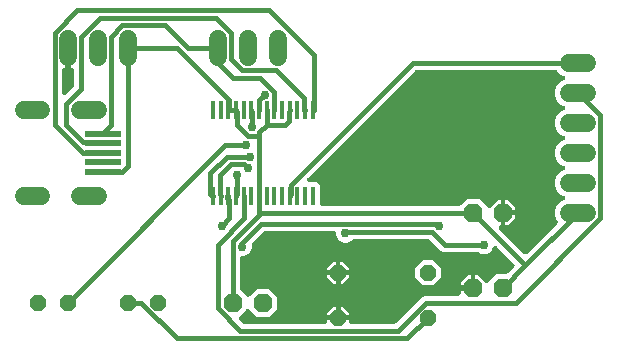
<source format=gbr>
G04 EAGLE Gerber RS-274X export*
G75*
%MOMM*%
%FSLAX34Y34*%
%LPD*%
%INTop Copper*%
%IPPOS*%
%AMOC8*
5,1,8,0,0,1.08239X$1,22.5*%
G01*
%ADD10P,1.732040X8X202.500000*%
%ADD11P,1.732040X8X22.500000*%
%ADD12C,1.524000*%
%ADD13R,0.400000X1.500000*%
%ADD14P,1.429621X8X22.500000*%
%ADD15C,1.508000*%
%ADD16R,3.100000X0.500000*%
%ADD17C,0.381000*%
%ADD18C,0.756400*%

G36*
X463682Y104491D02*
X463682Y104491D01*
X463749Y104492D01*
X463875Y104518D01*
X464002Y104536D01*
X464065Y104558D01*
X464130Y104572D01*
X464248Y104623D01*
X464370Y104667D01*
X464426Y104701D01*
X464487Y104728D01*
X464557Y104781D01*
X464702Y104870D01*
X464827Y104986D01*
X464897Y105039D01*
X490360Y130502D01*
X490402Y130554D01*
X490450Y130599D01*
X490525Y130705D01*
X490606Y130805D01*
X490636Y130864D01*
X490675Y130918D01*
X490726Y131036D01*
X490785Y131151D01*
X490803Y131215D01*
X490829Y131276D01*
X490855Y131402D01*
X490890Y131526D01*
X490895Y131593D01*
X490908Y131658D01*
X490908Y131787D01*
X490916Y131915D01*
X490907Y131981D01*
X490907Y132047D01*
X490881Y132174D01*
X490863Y132301D01*
X490841Y132364D01*
X490827Y132429D01*
X490776Y132547D01*
X490732Y132668D01*
X490698Y132725D01*
X490671Y132786D01*
X490618Y132856D01*
X490529Y133001D01*
X490490Y133044D01*
X488695Y137376D01*
X488695Y142024D01*
X490474Y146319D01*
X493761Y149606D01*
X496260Y150641D01*
X496289Y150657D01*
X496320Y150667D01*
X496460Y150749D01*
X496603Y150826D01*
X496628Y150847D01*
X496657Y150864D01*
X496777Y150973D01*
X496901Y151077D01*
X496921Y151103D01*
X496946Y151126D01*
X497041Y151256D01*
X497141Y151384D01*
X497156Y151414D01*
X497176Y151440D01*
X497242Y151588D01*
X497314Y151733D01*
X497323Y151765D01*
X497337Y151795D01*
X497372Y151953D01*
X497413Y152110D01*
X497415Y152143D01*
X497422Y152176D01*
X497424Y152337D01*
X497432Y152499D01*
X497427Y152532D01*
X497428Y152566D01*
X497397Y152724D01*
X497372Y152885D01*
X497361Y152916D01*
X497354Y152948D01*
X497292Y153098D01*
X497235Y153249D01*
X497217Y153277D01*
X497205Y153308D01*
X497113Y153442D01*
X497026Y153579D01*
X497003Y153602D01*
X496985Y153630D01*
X496868Y153742D01*
X496755Y153858D01*
X496728Y153877D01*
X496704Y153900D01*
X496632Y153942D01*
X496433Y154077D01*
X496323Y154122D01*
X496260Y154159D01*
X493761Y155194D01*
X490474Y158481D01*
X488695Y162776D01*
X488695Y167424D01*
X490474Y171719D01*
X493761Y175006D01*
X496260Y176041D01*
X496289Y176057D01*
X496320Y176067D01*
X496460Y176149D01*
X496603Y176226D01*
X496628Y176247D01*
X496657Y176264D01*
X496777Y176373D01*
X496901Y176477D01*
X496921Y176503D01*
X496946Y176526D01*
X497041Y176656D01*
X497141Y176784D01*
X497156Y176814D01*
X497176Y176840D01*
X497242Y176988D01*
X497314Y177133D01*
X497323Y177165D01*
X497337Y177195D01*
X497372Y177353D01*
X497413Y177510D01*
X497415Y177543D01*
X497422Y177576D01*
X497424Y177737D01*
X497432Y177899D01*
X497427Y177932D01*
X497428Y177966D01*
X497397Y178124D01*
X497372Y178285D01*
X497361Y178316D01*
X497354Y178348D01*
X497292Y178498D01*
X497235Y178649D01*
X497217Y178677D01*
X497205Y178708D01*
X497113Y178842D01*
X497026Y178979D01*
X497003Y179002D01*
X496985Y179030D01*
X496868Y179142D01*
X496755Y179258D01*
X496728Y179277D01*
X496704Y179300D01*
X496632Y179342D01*
X496433Y179477D01*
X496323Y179522D01*
X496260Y179559D01*
X493761Y180594D01*
X490474Y183881D01*
X488695Y188176D01*
X488695Y192824D01*
X490474Y197119D01*
X493761Y200406D01*
X496260Y201441D01*
X496289Y201457D01*
X496320Y201467D01*
X496460Y201549D01*
X496603Y201626D01*
X496628Y201647D01*
X496657Y201664D01*
X496777Y201773D01*
X496901Y201877D01*
X496921Y201903D01*
X496946Y201926D01*
X497042Y202057D01*
X497141Y202184D01*
X497156Y202213D01*
X497176Y202240D01*
X497243Y202388D01*
X497314Y202533D01*
X497323Y202565D01*
X497337Y202596D01*
X497372Y202753D01*
X497413Y202910D01*
X497415Y202943D01*
X497422Y202976D01*
X497424Y203137D01*
X497432Y203299D01*
X497427Y203332D01*
X497428Y203366D01*
X497397Y203524D01*
X497372Y203685D01*
X497361Y203716D01*
X497354Y203748D01*
X497292Y203898D01*
X497235Y204049D01*
X497217Y204078D01*
X497205Y204108D01*
X497113Y204242D01*
X497026Y204379D01*
X497003Y204403D01*
X496985Y204430D01*
X496868Y204542D01*
X496755Y204659D01*
X496728Y204677D01*
X496704Y204700D01*
X496632Y204742D01*
X496433Y204877D01*
X496323Y204923D01*
X496260Y204959D01*
X493761Y205994D01*
X490474Y209281D01*
X488695Y213576D01*
X488695Y218224D01*
X490474Y222519D01*
X493761Y225806D01*
X496260Y226841D01*
X496289Y226857D01*
X496320Y226867D01*
X496460Y226949D01*
X496603Y227026D01*
X496628Y227047D01*
X496657Y227064D01*
X496776Y227172D01*
X496901Y227277D01*
X496921Y227303D01*
X496946Y227326D01*
X497041Y227456D01*
X497141Y227584D01*
X497156Y227614D01*
X497176Y227640D01*
X497242Y227788D01*
X497314Y227933D01*
X497323Y227965D01*
X497337Y227995D01*
X497372Y228153D01*
X497413Y228310D01*
X497415Y228343D01*
X497422Y228376D01*
X497424Y228537D01*
X497433Y228699D01*
X497427Y228732D01*
X497428Y228766D01*
X497397Y228924D01*
X497372Y229085D01*
X497361Y229116D01*
X497354Y229148D01*
X497292Y229298D01*
X497235Y229449D01*
X497217Y229478D01*
X497205Y229508D01*
X497113Y229642D01*
X497027Y229779D01*
X497003Y229803D01*
X496985Y229830D01*
X496868Y229942D01*
X496755Y230058D01*
X496728Y230077D01*
X496704Y230100D01*
X496631Y230142D01*
X496433Y230277D01*
X496323Y230322D01*
X496260Y230359D01*
X493761Y231394D01*
X490474Y234681D01*
X488695Y238976D01*
X488695Y243624D01*
X490474Y247919D01*
X493761Y251206D01*
X496260Y252241D01*
X496289Y252257D01*
X496320Y252267D01*
X496460Y252349D01*
X496603Y252426D01*
X496628Y252447D01*
X496657Y252464D01*
X496776Y252572D01*
X496901Y252677D01*
X496921Y252703D01*
X496946Y252726D01*
X497041Y252856D01*
X497141Y252984D01*
X497156Y253014D01*
X497176Y253040D01*
X497242Y253188D01*
X497314Y253333D01*
X497323Y253365D01*
X497337Y253395D01*
X497372Y253553D01*
X497413Y253710D01*
X497415Y253743D01*
X497422Y253776D01*
X497424Y253937D01*
X497433Y254099D01*
X497427Y254132D01*
X497428Y254166D01*
X497397Y254324D01*
X497372Y254485D01*
X497361Y254516D01*
X497354Y254548D01*
X497292Y254698D01*
X497235Y254849D01*
X497217Y254878D01*
X497205Y254908D01*
X497113Y255042D01*
X497027Y255179D01*
X497003Y255203D01*
X496985Y255230D01*
X496868Y255342D01*
X496755Y255458D01*
X496728Y255477D01*
X496704Y255500D01*
X496631Y255542D01*
X496433Y255677D01*
X496323Y255722D01*
X496260Y255759D01*
X493761Y256794D01*
X490383Y260173D01*
X490306Y260235D01*
X490235Y260306D01*
X490155Y260358D01*
X490080Y260418D01*
X489992Y260464D01*
X489909Y260519D01*
X489819Y260554D01*
X489734Y260598D01*
X489638Y260625D01*
X489546Y260661D01*
X489473Y260671D01*
X489359Y260703D01*
X489119Y260719D01*
X489036Y260730D01*
X371562Y260730D01*
X371463Y260720D01*
X371363Y260720D01*
X371269Y260700D01*
X371174Y260690D01*
X371079Y260660D01*
X370981Y260640D01*
X370894Y260601D01*
X370802Y260572D01*
X370715Y260523D01*
X370624Y260484D01*
X370566Y260439D01*
X370463Y260381D01*
X370281Y260223D01*
X370215Y260173D01*
X279108Y169065D01*
X279087Y169040D01*
X279062Y169018D01*
X278964Y168889D01*
X278862Y168763D01*
X278847Y168734D01*
X278827Y168707D01*
X278757Y168561D01*
X278683Y168417D01*
X278674Y168385D01*
X278660Y168355D01*
X278621Y168198D01*
X278578Y168042D01*
X278575Y168008D01*
X278568Y167976D01*
X278562Y167814D01*
X278551Y167653D01*
X278556Y167620D01*
X278555Y167586D01*
X278583Y167427D01*
X278605Y167267D01*
X278616Y167235D01*
X278622Y167202D01*
X278681Y167052D01*
X278736Y166899D01*
X278753Y166871D01*
X278765Y166840D01*
X278854Y166705D01*
X278939Y166567D01*
X278961Y166542D01*
X278980Y166514D01*
X279094Y166400D01*
X279205Y166282D01*
X279232Y166263D01*
X279256Y166239D01*
X279391Y166151D01*
X279524Y166058D01*
X279554Y166045D01*
X279582Y166026D01*
X279733Y165967D01*
X279881Y165903D01*
X279914Y165896D01*
X279945Y165884D01*
X280028Y165873D01*
X280263Y165824D01*
X280382Y165825D01*
X280454Y165815D01*
X287234Y165815D01*
X289615Y163434D01*
X289615Y147574D01*
X289622Y147508D01*
X289619Y147441D01*
X289641Y147314D01*
X289655Y147186D01*
X289675Y147123D01*
X289686Y147057D01*
X289734Y146938D01*
X289773Y146815D01*
X289805Y146757D01*
X289830Y146695D01*
X289901Y146588D01*
X289964Y146475D01*
X290008Y146425D01*
X290044Y146369D01*
X290135Y146278D01*
X290220Y146181D01*
X290273Y146141D01*
X290320Y146094D01*
X290428Y146024D01*
X290531Y145946D01*
X290591Y145918D01*
X290647Y145881D01*
X290767Y145834D01*
X290883Y145779D01*
X290948Y145763D01*
X291010Y145739D01*
X291096Y145727D01*
X291262Y145687D01*
X291432Y145682D01*
X291519Y145670D01*
X407217Y145670D01*
X407316Y145680D01*
X407416Y145680D01*
X407510Y145700D01*
X407605Y145710D01*
X407700Y145740D01*
X407798Y145760D01*
X407885Y145799D01*
X407977Y145828D01*
X408064Y145877D01*
X408155Y145916D01*
X408213Y145961D01*
X408316Y146019D01*
X408498Y146177D01*
X408564Y146227D01*
X414102Y151766D01*
X424098Y151766D01*
X431531Y144332D01*
X431583Y144291D01*
X431628Y144242D01*
X431734Y144168D01*
X431834Y144086D01*
X431893Y144056D01*
X431947Y144018D01*
X432065Y143966D01*
X432180Y143907D01*
X432244Y143889D01*
X432305Y143863D01*
X432431Y143837D01*
X432555Y143802D01*
X432621Y143798D01*
X432686Y143784D01*
X432815Y143785D01*
X432944Y143776D01*
X433010Y143785D01*
X433076Y143785D01*
X433202Y143812D01*
X433330Y143829D01*
X433393Y143851D01*
X433458Y143865D01*
X433576Y143917D01*
X433697Y143960D01*
X433754Y143995D01*
X433815Y144021D01*
X433885Y144074D01*
X434030Y144163D01*
X434154Y144279D01*
X434224Y144332D01*
X440133Y150242D01*
X442469Y150242D01*
X442469Y139827D01*
X442476Y139761D01*
X442473Y139695D01*
X442480Y139656D01*
X442469Y139573D01*
X442469Y129137D01*
X442455Y129135D01*
X442294Y129118D01*
X442262Y129108D01*
X442229Y129104D01*
X442076Y129049D01*
X441922Y129000D01*
X441893Y128984D01*
X441862Y128973D01*
X441724Y128889D01*
X441583Y128809D01*
X441557Y128787D01*
X441529Y128770D01*
X441411Y128659D01*
X441289Y128553D01*
X441269Y128526D01*
X441244Y128504D01*
X441151Y128371D01*
X441054Y128242D01*
X441039Y128212D01*
X441020Y128185D01*
X440956Y128036D01*
X440887Y127890D01*
X440879Y127858D01*
X440865Y127827D01*
X440833Y127668D01*
X440795Y127511D01*
X440794Y127478D01*
X440787Y127445D01*
X440787Y127283D01*
X440782Y127121D01*
X440788Y127089D01*
X440788Y127055D01*
X440821Y126897D01*
X440849Y126737D01*
X440861Y126707D01*
X440868Y126674D01*
X440933Y126525D01*
X440992Y126375D01*
X441010Y126347D01*
X441024Y126317D01*
X441074Y126250D01*
X441207Y126050D01*
X441291Y125966D01*
X441335Y125908D01*
X462204Y105039D01*
X462255Y104997D01*
X462300Y104949D01*
X462406Y104874D01*
X462506Y104793D01*
X462565Y104762D01*
X462619Y104724D01*
X462738Y104673D01*
X462852Y104614D01*
X462916Y104596D01*
X462977Y104569D01*
X463103Y104543D01*
X463227Y104509D01*
X463294Y104504D01*
X463359Y104491D01*
X463488Y104491D01*
X463616Y104482D01*
X463682Y104491D01*
G37*
G36*
X293817Y45664D02*
X293817Y45664D01*
X293884Y45662D01*
X294011Y45684D01*
X294139Y45697D01*
X294202Y45717D01*
X294268Y45729D01*
X294387Y45776D01*
X294510Y45815D01*
X294568Y45848D01*
X294630Y45872D01*
X294738Y45943D01*
X294850Y46006D01*
X294900Y46050D01*
X294956Y46087D01*
X295046Y46178D01*
X295144Y46263D01*
X295184Y46316D01*
X295231Y46363D01*
X295301Y46471D01*
X295379Y46573D01*
X295407Y46634D01*
X295444Y46689D01*
X295491Y46809D01*
X295546Y46926D01*
X295562Y46990D01*
X295586Y47052D01*
X295598Y47139D01*
X295638Y47304D01*
X295643Y47475D01*
X295655Y47562D01*
X295655Y48769D01*
X304673Y48769D01*
X304739Y48776D01*
X304805Y48773D01*
X304844Y48780D01*
X304927Y48769D01*
X313945Y48769D01*
X313945Y47561D01*
X313952Y47495D01*
X313949Y47429D01*
X313971Y47302D01*
X313985Y47174D01*
X314005Y47110D01*
X314016Y47045D01*
X314064Y46925D01*
X314103Y46802D01*
X314135Y46744D01*
X314160Y46683D01*
X314230Y46575D01*
X314294Y46463D01*
X314338Y46412D01*
X314374Y46357D01*
X314465Y46266D01*
X314550Y46169D01*
X314603Y46129D01*
X314650Y46082D01*
X314758Y46011D01*
X314861Y45934D01*
X314921Y45905D01*
X314977Y45869D01*
X315097Y45822D01*
X315213Y45767D01*
X315278Y45751D01*
X315340Y45727D01*
X315426Y45715D01*
X315592Y45675D01*
X315762Y45669D01*
X315849Y45657D01*
X352338Y45657D01*
X352437Y45667D01*
X352537Y45668D01*
X352631Y45687D01*
X352726Y45697D01*
X352821Y45727D01*
X352919Y45748D01*
X353006Y45786D01*
X353098Y45815D01*
X353185Y45864D01*
X353276Y45904D01*
X353334Y45948D01*
X353437Y46006D01*
X353619Y46165D01*
X353685Y46215D01*
X376031Y68561D01*
X378225Y69470D01*
X406654Y69470D01*
X406720Y69477D01*
X406787Y69474D01*
X406914Y69496D01*
X407042Y69510D01*
X407105Y69530D01*
X407171Y69541D01*
X407290Y69589D01*
X407413Y69628D01*
X407471Y69660D01*
X407533Y69685D01*
X407640Y69756D01*
X407753Y69819D01*
X407803Y69863D01*
X407859Y69899D01*
X407950Y69990D01*
X408047Y70075D01*
X408087Y70128D01*
X408134Y70175D01*
X408204Y70283D01*
X408282Y70386D01*
X408310Y70446D01*
X408347Y70502D01*
X408394Y70622D01*
X408449Y70738D01*
X408465Y70803D01*
X408489Y70865D01*
X408501Y70951D01*
X408541Y71117D01*
X408546Y71287D01*
X408558Y71374D01*
X408558Y74169D01*
X418973Y74169D01*
X419039Y74176D01*
X419105Y74173D01*
X419232Y74195D01*
X419361Y74209D01*
X419424Y74229D01*
X419489Y74240D01*
X419609Y74288D01*
X419732Y74327D01*
X419790Y74359D01*
X419852Y74384D01*
X419959Y74454D01*
X420072Y74518D01*
X420122Y74562D01*
X420177Y74598D01*
X420268Y74689D01*
X420365Y74774D01*
X420405Y74827D01*
X420429Y74850D01*
X420432Y74852D01*
X420523Y74944D01*
X420620Y75028D01*
X420660Y75081D01*
X420707Y75128D01*
X420777Y75236D01*
X420855Y75339D01*
X420883Y75399D01*
X420920Y75455D01*
X420967Y75575D01*
X421022Y75691D01*
X421038Y75756D01*
X421062Y75818D01*
X421074Y75905D01*
X421114Y76070D01*
X421119Y76240D01*
X421131Y76327D01*
X421131Y86742D01*
X423467Y86742D01*
X429376Y80832D01*
X429427Y80791D01*
X429473Y80742D01*
X429578Y80668D01*
X429678Y80586D01*
X429737Y80556D01*
X429792Y80518D01*
X429910Y80466D01*
X430024Y80407D01*
X430088Y80389D01*
X430149Y80363D01*
X430276Y80337D01*
X430400Y80302D01*
X430466Y80298D01*
X430531Y80284D01*
X430660Y80285D01*
X430789Y80276D01*
X430854Y80285D01*
X430921Y80285D01*
X431047Y80312D01*
X431175Y80329D01*
X431237Y80351D01*
X431302Y80365D01*
X431421Y80417D01*
X431542Y80460D01*
X431599Y80495D01*
X431660Y80521D01*
X431729Y80574D01*
X431875Y80663D01*
X431999Y80779D01*
X432069Y80832D01*
X439502Y88266D01*
X447334Y88266D01*
X447433Y88276D01*
X447533Y88276D01*
X447627Y88296D01*
X447722Y88306D01*
X447817Y88336D01*
X447915Y88356D01*
X448002Y88395D01*
X448094Y88424D01*
X448181Y88473D01*
X448272Y88512D01*
X448330Y88556D01*
X448433Y88615D01*
X448615Y88773D01*
X448681Y88823D01*
X453761Y93903D01*
X453803Y93955D01*
X453851Y94000D01*
X453926Y94106D01*
X454007Y94206D01*
X454038Y94265D01*
X454076Y94319D01*
X454127Y94437D01*
X454186Y94552D01*
X454204Y94616D01*
X454231Y94677D01*
X454257Y94803D01*
X454291Y94927D01*
X454296Y94994D01*
X454309Y95059D01*
X454309Y95188D01*
X454318Y95316D01*
X454309Y95382D01*
X454308Y95449D01*
X454282Y95575D01*
X454264Y95702D01*
X454242Y95765D01*
X454228Y95830D01*
X454177Y95948D01*
X454133Y96070D01*
X454099Y96126D01*
X454072Y96187D01*
X454019Y96257D01*
X453930Y96402D01*
X453814Y96527D01*
X453761Y96596D01*
X439288Y111070D01*
X439249Y111101D01*
X439216Y111138D01*
X439098Y111224D01*
X438985Y111316D01*
X438941Y111339D01*
X438901Y111368D01*
X438768Y111428D01*
X438639Y111495D01*
X438591Y111508D01*
X438546Y111529D01*
X438404Y111561D01*
X438264Y111600D01*
X438214Y111603D01*
X438165Y111614D01*
X438020Y111617D01*
X437875Y111626D01*
X437825Y111620D01*
X437776Y111620D01*
X437633Y111593D01*
X437489Y111573D01*
X437442Y111556D01*
X437393Y111547D01*
X437259Y111491D01*
X437122Y111442D01*
X437079Y111416D01*
X437033Y111397D01*
X436913Y111315D01*
X436789Y111239D01*
X436752Y111205D01*
X436711Y111177D01*
X436611Y111072D01*
X436504Y110973D01*
X436475Y110932D01*
X436441Y110896D01*
X436396Y110819D01*
X436280Y110654D01*
X436223Y110523D01*
X436182Y110452D01*
X435277Y108268D01*
X433070Y106060D01*
X430186Y104866D01*
X427064Y104866D01*
X424180Y106060D01*
X424056Y106185D01*
X423978Y106248D01*
X423908Y106318D01*
X423827Y106371D01*
X423753Y106431D01*
X423665Y106477D01*
X423581Y106531D01*
X423492Y106566D01*
X423407Y106610D01*
X423311Y106637D01*
X423218Y106673D01*
X423146Y106683D01*
X423032Y106715D01*
X422792Y106732D01*
X422709Y106743D01*
X394100Y106743D01*
X391906Y107652D01*
X382260Y117298D01*
X382183Y117360D01*
X382112Y117431D01*
X382032Y117483D01*
X381958Y117543D01*
X381869Y117589D01*
X381786Y117644D01*
X381697Y117679D01*
X381611Y117723D01*
X381516Y117750D01*
X381423Y117786D01*
X381351Y117796D01*
X381236Y117828D01*
X380996Y117844D01*
X380913Y117855D01*
X318653Y117855D01*
X318555Y117845D01*
X318455Y117845D01*
X318361Y117825D01*
X318266Y117815D01*
X318171Y117785D01*
X318073Y117765D01*
X317986Y117726D01*
X317894Y117697D01*
X317807Y117648D01*
X317716Y117609D01*
X317658Y117564D01*
X317555Y117506D01*
X317373Y117348D01*
X317307Y117298D01*
X315595Y115585D01*
X312711Y114391D01*
X309589Y114391D01*
X306705Y115585D01*
X304498Y117793D01*
X303303Y120677D01*
X303303Y122301D01*
X303296Y122367D01*
X303299Y122434D01*
X303277Y122561D01*
X303263Y122689D01*
X303243Y122752D01*
X303232Y122818D01*
X303184Y122937D01*
X303145Y123060D01*
X303113Y123118D01*
X303088Y123180D01*
X303017Y123287D01*
X302954Y123400D01*
X302910Y123450D01*
X302874Y123506D01*
X302783Y123597D01*
X302698Y123694D01*
X302645Y123734D01*
X302598Y123781D01*
X302490Y123851D01*
X302387Y123929D01*
X302327Y123957D01*
X302271Y123994D01*
X302151Y124041D01*
X302035Y124096D01*
X301970Y124112D01*
X301908Y124136D01*
X301822Y124148D01*
X301656Y124188D01*
X301486Y124193D01*
X301399Y124205D01*
X242974Y124205D01*
X242875Y124195D01*
X242775Y124195D01*
X242681Y124175D01*
X242586Y124165D01*
X242491Y124135D01*
X242394Y124115D01*
X242306Y124076D01*
X242215Y124047D01*
X242128Y123998D01*
X242037Y123959D01*
X241979Y123914D01*
X241875Y123856D01*
X241694Y123698D01*
X241627Y123648D01*
X232242Y114262D01*
X232179Y114185D01*
X232109Y114114D01*
X232056Y114034D01*
X231996Y113960D01*
X231950Y113871D01*
X231896Y113788D01*
X231861Y113699D01*
X231817Y113613D01*
X231790Y113518D01*
X231754Y113425D01*
X231744Y113353D01*
X231712Y113238D01*
X231695Y112998D01*
X231684Y112916D01*
X231684Y109564D01*
X230490Y106680D01*
X228282Y104473D01*
X225398Y103278D01*
X223774Y103278D01*
X223708Y103271D01*
X223641Y103274D01*
X223514Y103252D01*
X223386Y103238D01*
X223323Y103218D01*
X223257Y103207D01*
X223138Y103159D01*
X223015Y103120D01*
X222957Y103088D01*
X222895Y103063D01*
X222788Y102992D01*
X222675Y102929D01*
X222625Y102885D01*
X222569Y102849D01*
X222478Y102758D01*
X222381Y102673D01*
X222341Y102620D01*
X222294Y102573D01*
X222224Y102465D01*
X222146Y102362D01*
X222118Y102302D01*
X222081Y102246D01*
X222034Y102126D01*
X221979Y102010D01*
X221963Y101945D01*
X221939Y101883D01*
X221927Y101797D01*
X221887Y101631D01*
X221882Y101461D01*
X221870Y101374D01*
X221870Y75383D01*
X221880Y75284D01*
X221880Y75184D01*
X221900Y75090D01*
X221910Y74995D01*
X221940Y74900D01*
X221960Y74802D01*
X221999Y74715D01*
X222028Y74623D01*
X222077Y74536D01*
X222116Y74445D01*
X222161Y74387D01*
X222219Y74284D01*
X222377Y74102D01*
X222427Y74036D01*
X227254Y69210D01*
X227305Y69168D01*
X227350Y69120D01*
X227456Y69045D01*
X227556Y68964D01*
X227615Y68933D01*
X227669Y68895D01*
X227788Y68844D01*
X227902Y68785D01*
X227966Y68767D01*
X228027Y68741D01*
X228153Y68715D01*
X228277Y68680D01*
X228344Y68675D01*
X228409Y68662D01*
X228538Y68662D01*
X228666Y68653D01*
X228732Y68663D01*
X228799Y68663D01*
X228925Y68689D01*
X229052Y68707D01*
X229115Y68729D01*
X229180Y68743D01*
X229298Y68794D01*
X229420Y68838D01*
X229476Y68872D01*
X229537Y68899D01*
X229607Y68952D01*
X229752Y69041D01*
X229877Y69157D01*
X229947Y69210D01*
X236302Y75566D01*
X246298Y75566D01*
X253366Y68498D01*
X253366Y58502D01*
X246298Y51434D01*
X236302Y51434D01*
X229947Y57790D01*
X229895Y57832D01*
X229850Y57880D01*
X229744Y57955D01*
X229644Y58036D01*
X229585Y58067D01*
X229531Y58105D01*
X229412Y58156D01*
X229298Y58215D01*
X229234Y58233D01*
X229173Y58259D01*
X229047Y58285D01*
X228923Y58320D01*
X228856Y58325D01*
X228791Y58338D01*
X228662Y58338D01*
X228534Y58347D01*
X228468Y58337D01*
X228401Y58337D01*
X228275Y58311D01*
X228148Y58293D01*
X228085Y58271D01*
X228020Y58257D01*
X227902Y58206D01*
X227780Y58162D01*
X227724Y58128D01*
X227663Y58101D01*
X227593Y58048D01*
X227448Y57959D01*
X227323Y57843D01*
X227254Y57790D01*
X221268Y51805D01*
X221226Y51753D01*
X221178Y51708D01*
X221103Y51602D01*
X221022Y51502D01*
X220992Y51443D01*
X220953Y51389D01*
X220902Y51271D01*
X220843Y51156D01*
X220825Y51092D01*
X220799Y51031D01*
X220773Y50905D01*
X220738Y50781D01*
X220734Y50715D01*
X220720Y50649D01*
X220720Y50520D01*
X220712Y50392D01*
X220721Y50326D01*
X220721Y50260D01*
X220747Y50133D01*
X220765Y50006D01*
X220787Y49943D01*
X220801Y49878D01*
X220853Y49760D01*
X220896Y49639D01*
X220930Y49582D01*
X220957Y49521D01*
X221010Y49451D01*
X221099Y49306D01*
X221215Y49181D01*
X221268Y49112D01*
X224165Y46215D01*
X224242Y46152D01*
X224313Y46082D01*
X224393Y46029D01*
X224467Y45969D01*
X224556Y45923D01*
X224639Y45869D01*
X224728Y45834D01*
X224814Y45790D01*
X224909Y45763D01*
X225002Y45727D01*
X225074Y45717D01*
X225189Y45685D01*
X225429Y45668D01*
X225512Y45657D01*
X293751Y45657D01*
X293817Y45664D01*
G37*
%LPC*%
G36*
X376581Y78231D02*
X376581Y78231D01*
X370331Y84481D01*
X370331Y93319D01*
X376581Y99569D01*
X385419Y99569D01*
X391669Y93319D01*
X391669Y84481D01*
X385419Y78231D01*
X376581Y78231D01*
G37*
%LPD*%
G36*
X73127Y239366D02*
X73127Y239366D01*
X73160Y239366D01*
X73319Y239399D01*
X73478Y239427D01*
X73509Y239439D01*
X73542Y239446D01*
X73690Y239511D01*
X73840Y239570D01*
X73868Y239588D01*
X73899Y239602D01*
X73965Y239652D01*
X74166Y239785D01*
X74250Y239869D01*
X74308Y239913D01*
X80785Y246390D01*
X80848Y246467D01*
X80918Y246538D01*
X80971Y246618D01*
X81031Y246692D01*
X81077Y246781D01*
X81131Y246864D01*
X81166Y246953D01*
X81210Y247039D01*
X81237Y247134D01*
X81273Y247227D01*
X81283Y247299D01*
X81315Y247414D01*
X81332Y247654D01*
X81343Y247737D01*
X81343Y260146D01*
X81325Y260316D01*
X81312Y260485D01*
X81305Y260509D01*
X81303Y260534D01*
X81251Y260696D01*
X81204Y260860D01*
X81192Y260882D01*
X81185Y260906D01*
X81101Y261054D01*
X81022Y261204D01*
X81006Y261223D01*
X80994Y261245D01*
X80882Y261374D01*
X80773Y261504D01*
X80754Y261520D01*
X80737Y261539D01*
X80602Y261642D01*
X80469Y261748D01*
X80447Y261759D01*
X80427Y261774D01*
X80273Y261847D01*
X80121Y261924D01*
X80097Y261931D01*
X80074Y261941D01*
X79910Y261981D01*
X79745Y262026D01*
X79720Y262027D01*
X79696Y262033D01*
X79526Y262039D01*
X79356Y262049D01*
X79335Y262045D01*
X79306Y262046D01*
X78922Y261979D01*
X78881Y261963D01*
X78850Y261957D01*
X78739Y261921D01*
X78739Y278765D01*
X78732Y278831D01*
X78735Y278897D01*
X78713Y279024D01*
X78699Y279153D01*
X78679Y279216D01*
X78668Y279281D01*
X78620Y279401D01*
X78581Y279524D01*
X78549Y279582D01*
X78524Y279644D01*
X78453Y279751D01*
X78390Y279864D01*
X78346Y279914D01*
X78310Y279969D01*
X78219Y280060D01*
X78134Y280157D01*
X78081Y280197D01*
X78034Y280244D01*
X77926Y280315D01*
X77823Y280393D01*
X77763Y280421D01*
X77707Y280457D01*
X77587Y280505D01*
X77471Y280560D01*
X77406Y280575D01*
X77344Y280600D01*
X77258Y280611D01*
X77092Y280652D01*
X76922Y280657D01*
X76835Y280669D01*
X75565Y280669D01*
X75499Y280662D01*
X75432Y280664D01*
X75305Y280642D01*
X75177Y280629D01*
X75114Y280609D01*
X75048Y280598D01*
X74929Y280550D01*
X74806Y280511D01*
X74748Y280478D01*
X74686Y280454D01*
X74579Y280383D01*
X74466Y280320D01*
X74416Y280276D01*
X74360Y280240D01*
X74269Y280148D01*
X74172Y280064D01*
X74132Y280011D01*
X74085Y279964D01*
X74015Y279856D01*
X73937Y279753D01*
X73909Y279693D01*
X73872Y279637D01*
X73825Y279517D01*
X73770Y279401D01*
X73754Y279336D01*
X73730Y279274D01*
X73718Y279187D01*
X73678Y279022D01*
X73673Y278852D01*
X73661Y278765D01*
X73661Y261921D01*
X73550Y261957D01*
X73384Y261993D01*
X73219Y262033D01*
X73193Y262034D01*
X73169Y262039D01*
X72999Y262040D01*
X72829Y262046D01*
X72804Y262042D01*
X72779Y262042D01*
X72612Y262008D01*
X72445Y261979D01*
X72422Y261970D01*
X72397Y261965D01*
X72240Y261898D01*
X72083Y261836D01*
X72062Y261822D01*
X72039Y261812D01*
X71899Y261715D01*
X71757Y261621D01*
X71739Y261604D01*
X71719Y261589D01*
X71602Y261466D01*
X71482Y261345D01*
X71468Y261324D01*
X71451Y261306D01*
X71362Y261161D01*
X71269Y261019D01*
X71260Y260995D01*
X71246Y260974D01*
X71189Y260814D01*
X71127Y260656D01*
X71124Y260635D01*
X71114Y260608D01*
X71059Y260222D01*
X71062Y260178D01*
X71057Y260146D01*
X71057Y241259D01*
X71061Y241226D01*
X71058Y241193D01*
X71081Y241033D01*
X71097Y240872D01*
X71107Y240840D01*
X71112Y240807D01*
X71166Y240654D01*
X71215Y240500D01*
X71231Y240471D01*
X71243Y240440D01*
X71327Y240302D01*
X71406Y240161D01*
X71428Y240135D01*
X71446Y240107D01*
X71556Y239989D01*
X71663Y239867D01*
X71689Y239847D01*
X71712Y239822D01*
X71844Y239729D01*
X71973Y239632D01*
X72004Y239617D01*
X72031Y239598D01*
X72179Y239534D01*
X72326Y239465D01*
X72358Y239457D01*
X72389Y239443D01*
X72547Y239411D01*
X72704Y239373D01*
X72738Y239372D01*
X72770Y239365D01*
X72932Y239365D01*
X73094Y239360D01*
X73127Y239366D01*
G37*
%LPC*%
G36*
X446531Y141731D02*
X446531Y141731D01*
X446531Y150242D01*
X448867Y150242D01*
X455042Y144067D01*
X455042Y141731D01*
X446531Y141731D01*
G37*
%LPD*%
%LPC*%
G36*
X408558Y78231D02*
X408558Y78231D01*
X408558Y80567D01*
X414733Y86742D01*
X417069Y86742D01*
X417069Y78231D01*
X408558Y78231D01*
G37*
%LPD*%
%LPC*%
G36*
X446531Y129158D02*
X446531Y129158D01*
X446531Y137669D01*
X455042Y137669D01*
X455042Y135333D01*
X448867Y129158D01*
X446531Y129158D01*
G37*
%LPD*%
%LPC*%
G36*
X306831Y90931D02*
X306831Y90931D01*
X306831Y98045D01*
X308588Y98045D01*
X313945Y92688D01*
X313945Y90931D01*
X306831Y90931D01*
G37*
%LPD*%
%LPC*%
G36*
X306831Y52831D02*
X306831Y52831D01*
X306831Y59945D01*
X308588Y59945D01*
X313945Y54588D01*
X313945Y52831D01*
X306831Y52831D01*
G37*
%LPD*%
%LPC*%
G36*
X295655Y90931D02*
X295655Y90931D01*
X295655Y92688D01*
X301012Y98045D01*
X302769Y98045D01*
X302769Y90931D01*
X295655Y90931D01*
G37*
%LPD*%
%LPC*%
G36*
X295655Y52831D02*
X295655Y52831D01*
X295655Y54588D01*
X301012Y59945D01*
X302769Y59945D01*
X302769Y52831D01*
X295655Y52831D01*
G37*
%LPD*%
%LPC*%
G36*
X306831Y79755D02*
X306831Y79755D01*
X306831Y86869D01*
X313945Y86869D01*
X313945Y85112D01*
X308588Y79755D01*
X306831Y79755D01*
G37*
%LPD*%
%LPC*%
G36*
X301012Y79755D02*
X301012Y79755D01*
X295655Y85112D01*
X295655Y86869D01*
X302769Y86869D01*
X302769Y79755D01*
X301012Y79755D01*
G37*
%LPD*%
D10*
X241300Y63500D03*
X215900Y63500D03*
X444500Y139700D03*
X419100Y139700D03*
D11*
X419100Y76200D03*
X444500Y76200D03*
D12*
X203200Y271780D02*
X203200Y287020D01*
X228600Y287020D02*
X228600Y271780D01*
X254000Y271780D02*
X254000Y287020D01*
D13*
X199050Y154250D03*
X205550Y154250D03*
X212050Y154250D03*
X218550Y154250D03*
X225050Y154250D03*
X231550Y154250D03*
X238050Y154250D03*
X244550Y154250D03*
X251050Y154250D03*
X257550Y154250D03*
X264050Y154250D03*
X270550Y154250D03*
X277050Y154250D03*
X283550Y154250D03*
X283550Y226750D03*
X277050Y226750D03*
X270550Y226750D03*
X264050Y226750D03*
X257550Y226750D03*
X251050Y226750D03*
X244550Y226750D03*
X238050Y226750D03*
X231550Y226750D03*
X225050Y226750D03*
X218550Y226750D03*
X212050Y226750D03*
X205550Y226750D03*
X199050Y226750D03*
D12*
X76200Y271780D02*
X76200Y287020D01*
X101600Y287020D02*
X101600Y271780D01*
X127000Y271780D02*
X127000Y287020D01*
D14*
X304800Y88900D03*
X381000Y88900D03*
X304800Y50800D03*
X381000Y50800D03*
X127000Y63500D03*
X152400Y63500D03*
D12*
X500380Y139700D02*
X515620Y139700D01*
X515620Y165100D02*
X500380Y165100D01*
X500380Y190500D02*
X515620Y190500D01*
X515620Y215900D02*
X500380Y215900D01*
X500380Y241300D02*
X515620Y241300D01*
X515620Y266700D02*
X500380Y266700D01*
D14*
X50800Y63500D03*
X76200Y63500D03*
D15*
X53740Y227000D02*
X38660Y227000D01*
X38660Y154000D02*
X53740Y154000D01*
X86660Y227000D02*
X101740Y227000D01*
X101740Y154000D02*
X86660Y154000D01*
D16*
X106200Y206500D03*
X106200Y198500D03*
X106200Y190500D03*
X106200Y182500D03*
X106200Y174500D03*
D17*
X177800Y279400D02*
X203200Y279400D01*
X177800Y279400D02*
X158750Y298450D01*
X122238Y298450D01*
X112713Y288925D01*
X112713Y214313D01*
X106363Y207963D01*
X106200Y206500D01*
X251039Y226762D02*
X251050Y226750D01*
X251039Y226762D02*
X251039Y241759D01*
X238798Y254000D01*
X215900Y254000D01*
X203200Y266700D01*
X203200Y279400D01*
X219075Y171450D02*
X219075Y155575D01*
X218550Y154250D01*
D18*
X219075Y171450D03*
D17*
X444500Y76200D02*
X463550Y95250D01*
X508000Y139700D01*
X463550Y95250D02*
X419100Y139700D01*
X217488Y227013D02*
X212725Y227013D01*
X212050Y226750D01*
X217488Y227013D02*
X218550Y226750D01*
X238125Y207963D02*
X238125Y204788D01*
X238125Y155575D01*
X238125Y207963D02*
X244475Y214313D01*
X244475Y225425D01*
X238125Y155575D02*
X238050Y154250D01*
X244475Y225425D02*
X244550Y226750D01*
X263525Y225425D02*
X263525Y217488D01*
X260350Y214313D01*
X244475Y214313D01*
X263525Y225425D02*
X264050Y226750D01*
X219075Y225425D02*
X219075Y214313D01*
X228600Y204788D01*
X238125Y204788D01*
X219075Y225425D02*
X218550Y226750D01*
X168275Y279400D02*
X127000Y279400D01*
X168275Y279400D02*
X212725Y234950D01*
X212725Y228600D01*
X212050Y226750D01*
X122238Y174625D02*
X106363Y174625D01*
X122238Y174625D02*
X127000Y179388D01*
X127000Y279400D01*
X106363Y174625D02*
X106200Y174500D01*
X215900Y115888D02*
X215900Y63500D01*
X215900Y115888D02*
X238125Y138113D01*
X238125Y139700D02*
X238125Y152400D01*
X238125Y139700D02*
X238125Y138113D01*
X238125Y152400D02*
X238050Y154250D01*
X238125Y139700D02*
X419100Y139700D01*
X304800Y88900D02*
X304800Y76200D01*
X304800Y50800D01*
X304800Y76200D02*
X419100Y76200D01*
X284163Y227013D02*
X284163Y273050D01*
X246063Y311150D01*
X84138Y311150D01*
X65088Y292100D01*
X65088Y214313D01*
X88900Y190500D01*
X106200Y190500D01*
X283550Y226750D02*
X284163Y227013D01*
X276225Y227013D02*
X276225Y236538D01*
X252413Y260350D01*
X223838Y260350D01*
X214313Y269875D01*
X214313Y292100D01*
X201613Y304800D01*
X103188Y304800D01*
X87313Y288925D01*
X87313Y244475D01*
X74613Y231775D01*
X74613Y214313D01*
X88900Y200025D01*
X104775Y200025D01*
X276225Y227013D02*
X277050Y226750D01*
X106200Y198500D02*
X104775Y200025D01*
X196850Y155575D02*
X198438Y153988D01*
X196850Y155575D02*
X196850Y173038D01*
X211138Y187325D01*
X230188Y187325D01*
X199050Y154250D02*
X198438Y153988D01*
D18*
X230188Y187325D03*
D17*
X225425Y153988D02*
X225425Y134938D01*
X203200Y112713D01*
X203200Y58738D01*
X222250Y39688D01*
X355600Y39688D01*
X379413Y63500D01*
X455613Y63500D01*
X527050Y134938D01*
X527050Y222250D01*
X508000Y241300D01*
X225425Y153988D02*
X225050Y154250D01*
X211138Y153988D02*
X211138Y152400D01*
X212725Y150813D01*
X212725Y134938D01*
X206375Y128588D01*
X223838Y114300D02*
X223838Y111125D01*
X223838Y114300D02*
X239713Y130175D01*
X388938Y130175D01*
X390525Y128588D01*
X212050Y154250D02*
X211138Y153988D01*
D18*
X206375Y128588D03*
X223838Y111125D03*
X390525Y128588D03*
D17*
X265113Y155575D02*
X265113Y163513D01*
X368300Y266700D01*
X508000Y266700D01*
X265113Y155575D02*
X264050Y154250D01*
X204788Y155575D02*
X204788Y171450D01*
X214313Y180975D01*
X225425Y180975D01*
X228600Y177800D01*
X311150Y122238D02*
X312738Y123825D01*
X384175Y123825D01*
X395288Y112713D01*
X428625Y112713D01*
X205550Y154250D02*
X204788Y155575D01*
D18*
X228600Y177800D03*
X311150Y122238D03*
X428625Y112713D03*
D17*
X231775Y212725D02*
X231775Y225425D01*
X227013Y196850D02*
X209550Y196850D01*
X76200Y63500D01*
X231775Y225425D02*
X231550Y226750D01*
D18*
X231775Y212725D03*
X227013Y196850D03*
D17*
X238125Y227013D02*
X238125Y234950D01*
X242888Y239713D01*
X238125Y227013D02*
X238050Y226750D01*
D18*
X242888Y239713D03*
D17*
X138113Y63500D02*
X127000Y63500D01*
X138113Y63500D02*
X168275Y33338D01*
X363538Y33338D01*
X381000Y50800D01*
M02*

</source>
